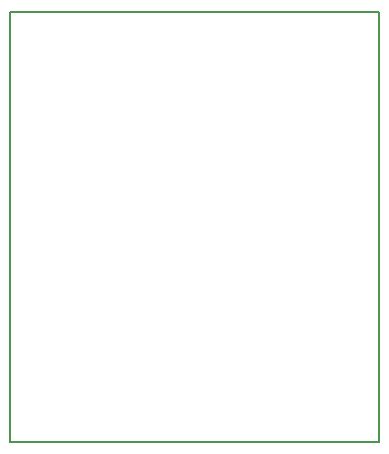
<source format=gm1>
G04 #@! TF.FileFunction,Profile,NP*
%FSLAX46Y46*%
G04 Gerber Fmt 4.6, Leading zero omitted, Abs format (unit mm)*
G04 Created by KiCad (PCBNEW 4.0.1-stable) date 3/12/2016 12:27:59 PM*
%MOMM*%
G01*
G04 APERTURE LIST*
%ADD10C,0.100000*%
%ADD11C,0.200000*%
G04 APERTURE END LIST*
D10*
D11*
X90741500Y-87566500D02*
X90741500Y-87439500D01*
X121920000Y-87439500D02*
X90741500Y-87439500D01*
X121920000Y-123825000D02*
X121920000Y-87439500D01*
X90741500Y-123825000D02*
X121920000Y-123825000D01*
X90741500Y-87566500D02*
X90741500Y-123825000D01*
M02*

</source>
